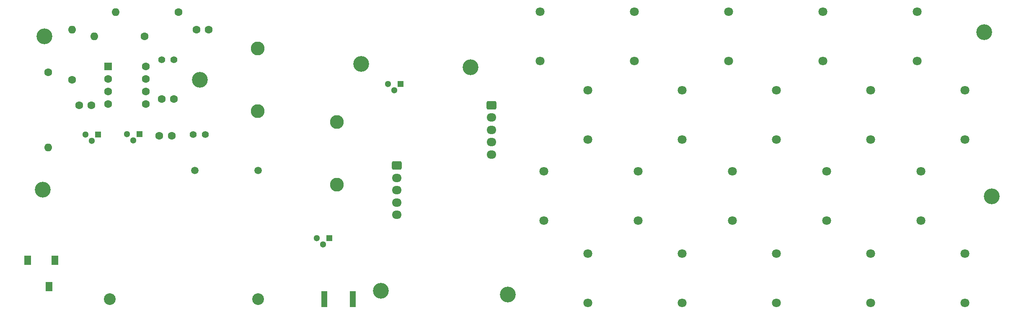
<source format=gbs>
G04 #@! TF.GenerationSoftware,KiCad,Pcbnew,9.0.1*
G04 #@! TF.CreationDate,2025-04-11T16:06:49-05:00*
G04 #@! TF.ProjectId,Soundlaser,536f756e-646c-4617-9365-722e6b696361,rev?*
G04 #@! TF.SameCoordinates,Original*
G04 #@! TF.FileFunction,Soldermask,Bot*
G04 #@! TF.FilePolarity,Negative*
%FSLAX46Y46*%
G04 Gerber Fmt 4.6, Leading zero omitted, Abs format (unit mm)*
G04 Created by KiCad (PCBNEW 9.0.1) date 2025-04-11 16:06:49*
%MOMM*%
%LPD*%
G01*
G04 APERTURE LIST*
G04 Aperture macros list*
%AMRoundRect*
0 Rectangle with rounded corners*
0 $1 Rounding radius*
0 $2 $3 $4 $5 $6 $7 $8 $9 X,Y pos of 4 corners*
0 Add a 4 corners polygon primitive as box body*
4,1,4,$2,$3,$4,$5,$6,$7,$8,$9,$2,$3,0*
0 Add four circle primitives for the rounded corners*
1,1,$1+$1,$2,$3*
1,1,$1+$1,$4,$5*
1,1,$1+$1,$6,$7*
1,1,$1+$1,$8,$9*
0 Add four rect primitives between the rounded corners*
20,1,$1+$1,$2,$3,$4,$5,0*
20,1,$1+$1,$4,$5,$6,$7,0*
20,1,$1+$1,$6,$7,$8,$9,0*
20,1,$1+$1,$8,$9,$2,$3,0*%
G04 Aperture macros list end*
%ADD10C,3.200000*%
%ADD11C,1.800000*%
%ADD12C,1.600000*%
%ADD13O,1.600000X1.600000*%
%ADD14RoundRect,0.250000X-0.550000X-0.550000X0.550000X-0.550000X0.550000X0.550000X-0.550000X0.550000X0*%
%ADD15C,1.400000*%
%ADD16RoundRect,0.250000X-0.725000X0.600000X-0.725000X-0.600000X0.725000X-0.600000X0.725000X0.600000X0*%
%ADD17O,1.950000X1.700000*%
%ADD18R,1.300000X1.300000*%
%ADD19C,1.300000*%
%ADD20C,2.800000*%
%ADD21C,0.100000*%
%ADD22R,1.400000X1.900000*%
%ADD23R,1.300000X3.200000*%
%ADD24C,2.370000*%
%ADD25C,1.500000*%
G04 APERTURE END LIST*
D10*
G04 #@! TO.C,H6*
X134602837Y-142700000D03*
G04 #@! TD*
D11*
G04 #@! TO.C,LS20*
X320921250Y-165670000D03*
X320921250Y-155670000D03*
G04 #@! TD*
D12*
G04 #@! TO.C,R3*
X135702837Y-118860000D03*
D13*
X135702837Y-134100000D03*
G04 #@! TD*
D14*
G04 #@! TO.C,U1*
X147797837Y-117690000D03*
D12*
X147797837Y-120230000D03*
X147797837Y-122770000D03*
X147797837Y-125310000D03*
X155417837Y-125310000D03*
X155417837Y-122770000D03*
X155417837Y-120230000D03*
X155417837Y-117690000D03*
G04 #@! TD*
D11*
G04 #@! TO.C,LS1*
X235022250Y-116627750D03*
X235022250Y-106627750D03*
G04 #@! TD*
G04 #@! TO.C,LS15*
X292971250Y-148970000D03*
X292971250Y-138970000D03*
G04 #@! TD*
D15*
G04 #@! TO.C,C1*
X161102837Y-116400000D03*
X158602837Y-116400000D03*
G04 #@! TD*
D11*
G04 #@! TO.C,LS9*
X273122250Y-116627750D03*
X273122250Y-106627750D03*
G04 #@! TD*
D12*
G04 #@! TO.C,C5*
X160602837Y-131800000D03*
X158102837Y-131800000D03*
G04 #@! TD*
D11*
G04 #@! TO.C,LS5*
X254072250Y-116627750D03*
X254072250Y-106627750D03*
G04 #@! TD*
G04 #@! TO.C,LS16*
X301871250Y-165670000D03*
X301871250Y-155670000D03*
G04 #@! TD*
G04 #@! TO.C,LS6*
X263771250Y-132553750D03*
X263771250Y-122553750D03*
G04 #@! TD*
G04 #@! TO.C,LS13*
X292172250Y-116627750D03*
X292172250Y-106627750D03*
G04 #@! TD*
D12*
G04 #@! TO.C,C3*
X144402837Y-125600000D03*
X141902837Y-125600000D03*
G04 #@! TD*
G04 #@! TO.C,C4*
X161102837Y-124300000D03*
X158602837Y-124300000D03*
G04 #@! TD*
D15*
G04 #@! TO.C,C6*
X167452837Y-131500000D03*
X164952837Y-131500000D03*
G04 #@! TD*
D10*
G04 #@! TO.C,H2*
X324821250Y-110770000D03*
G04 #@! TD*
G04 #@! TO.C,H4*
X326321250Y-144070000D03*
G04 #@! TD*
D16*
G04 #@! TO.C,J3*
X206070337Y-137800000D03*
D17*
X206070337Y-140300000D03*
X206070337Y-142800000D03*
X206070337Y-145300000D03*
X206070337Y-147800000D03*
G04 #@! TD*
D18*
G04 #@! TO.C,Q4*
X154142837Y-131400000D03*
D19*
X152872837Y-132670000D03*
X151602837Y-131400000D03*
G04 #@! TD*
D10*
G04 #@! TO.C,H7*
X134902837Y-111600000D03*
G04 #@! TD*
D12*
G04 #@! TO.C,R1*
X140502837Y-120460000D03*
D13*
X140502837Y-110300000D03*
G04 #@! TD*
D10*
G04 #@! TO.C,H5*
X198902837Y-117200000D03*
G04 #@! TD*
G04 #@! TO.C,H9*
X166302837Y-120400000D03*
G04 #@! TD*
D20*
G04 #@! TO.C,BT1*
X194002837Y-129000000D03*
X194002837Y-141700000D03*
G04 #@! TD*
D21*
G04 #@! TO.C,J2*
X134302837Y-166400000D03*
X134302837Y-158900000D03*
D22*
X131552837Y-157000000D03*
X137052837Y-157000000D03*
X135802837Y-162300000D03*
G04 #@! TD*
D12*
G04 #@! TO.C,C2*
X168102837Y-110300000D03*
X165602837Y-110300000D03*
G04 #@! TD*
D11*
G04 #@! TO.C,LS19*
X312021250Y-148970000D03*
X312021250Y-138970000D03*
G04 #@! TD*
G04 #@! TO.C,LS11*
X273921250Y-148970000D03*
X273921250Y-138970000D03*
G04 #@! TD*
D12*
G04 #@! TO.C,R4*
X162002837Y-106700000D03*
D13*
X149302837Y-106700000D03*
G04 #@! TD*
D23*
G04 #@! TO.C,SW1*
X197172837Y-164850000D03*
X191452837Y-164850000D03*
G04 #@! TD*
D24*
G04 #@! TO.C,BT2*
X148102837Y-164870000D03*
X178102837Y-164870000D03*
D25*
X165302837Y-138800000D03*
X178102837Y-138800000D03*
G04 #@! TD*
D11*
G04 #@! TO.C,LS17*
X311222250Y-116627750D03*
X311222250Y-106627750D03*
G04 #@! TD*
D10*
G04 #@! TO.C,H1*
X221021250Y-117870000D03*
G04 #@! TD*
D11*
G04 #@! TO.C,LS3*
X235821250Y-148970000D03*
X235821250Y-138970000D03*
G04 #@! TD*
G04 #@! TO.C,LS10*
X282821250Y-132553750D03*
X282821250Y-122553750D03*
G04 #@! TD*
G04 #@! TO.C,LS7*
X254871250Y-148970000D03*
X254871250Y-138970000D03*
G04 #@! TD*
D20*
G04 #@! TO.C,BT3*
X178002837Y-126750000D03*
X178002837Y-114050000D03*
G04 #@! TD*
D10*
G04 #@! TO.C,H3*
X228521250Y-163970000D03*
G04 #@! TD*
D18*
G04 #@! TO.C,Q2*
X206902837Y-121300000D03*
D19*
X205632837Y-122570000D03*
X204362837Y-121300000D03*
G04 #@! TD*
D18*
G04 #@! TO.C,Q1*
X192442837Y-152500000D03*
D19*
X191172837Y-153770000D03*
X189902837Y-152500000D03*
G04 #@! TD*
D12*
G04 #@! TO.C,R2*
X155102837Y-111600000D03*
D13*
X144942837Y-111600000D03*
G04 #@! TD*
D11*
G04 #@! TO.C,LS2*
X244721250Y-132553750D03*
X244721250Y-122553750D03*
G04 #@! TD*
G04 #@! TO.C,LS18*
X320921250Y-132553750D03*
X320921250Y-122553750D03*
G04 #@! TD*
G04 #@! TO.C,LS14*
X301871250Y-132553750D03*
X301871250Y-122553750D03*
G04 #@! TD*
D10*
G04 #@! TO.C,H8*
X202902837Y-163200000D03*
G04 #@! TD*
D11*
G04 #@! TO.C,LS4*
X244721250Y-165670000D03*
X244721250Y-155670000D03*
G04 #@! TD*
D18*
G04 #@! TO.C,Q3*
X145742837Y-131500000D03*
D19*
X144472837Y-132770000D03*
X143202837Y-131500000D03*
G04 #@! TD*
D11*
G04 #@! TO.C,LS12*
X282821250Y-165670000D03*
X282821250Y-155670000D03*
G04 #@! TD*
G04 #@! TO.C,LS8*
X263771250Y-165670000D03*
X263771250Y-155670000D03*
G04 #@! TD*
D16*
G04 #@! TO.C,J1*
X225253750Y-125570000D03*
D17*
X225253750Y-128070000D03*
X225253750Y-130570000D03*
X225253750Y-133070000D03*
X225253750Y-135570000D03*
G04 #@! TD*
M02*

</source>
